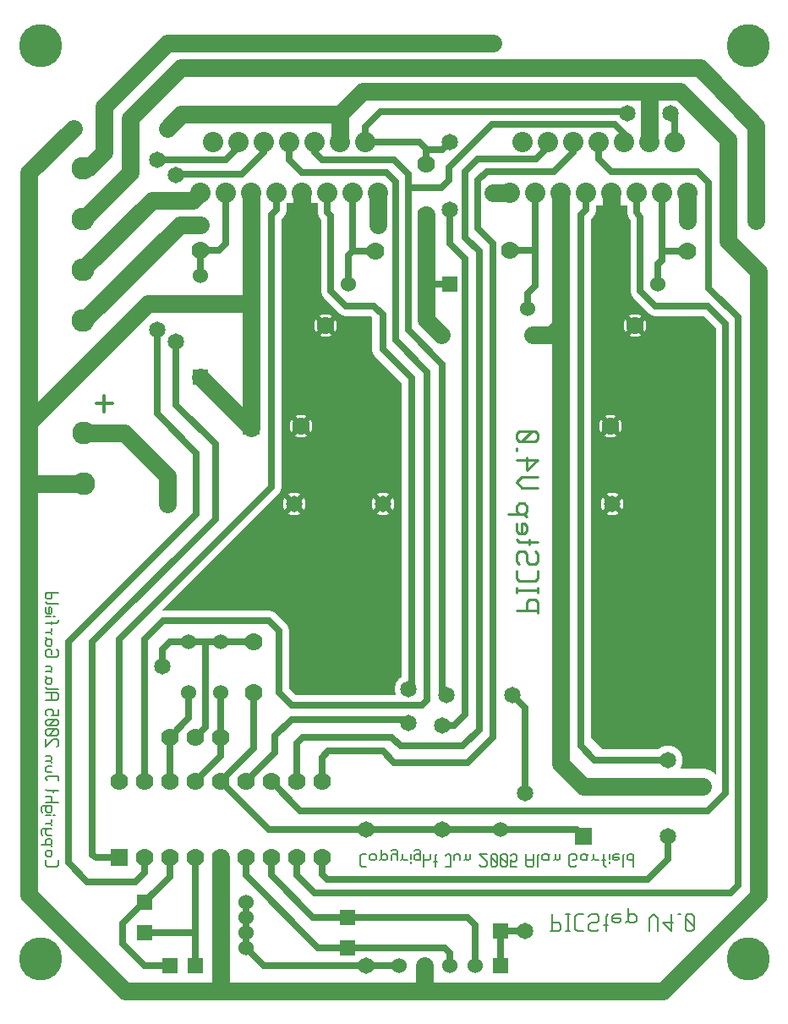
<source format=gbr>
G04 Title: (unknown), layergroup #1 *
G04 Creator: pcb-bin 20050315 *
G04 CreationDate: Thu Jun  9 05:21:41 2005 UTC *
G04 For: alan *
G04 Format: Gerber/RS-274X *
G04 PCB-Dimensions: 300000 390000 *
G04 PCB-Coordinate-Origin: lower left *
%MOIN*%
%FSLAX24Y24*%
G04 contains layers solder (0) GND-sldr (1) Vcc-sldr (2) *
%IPPOS*%
%ADD11C,0.0250*%
%ADD12C,0.0450*%
%ADD13C,0.0850*%
%ADD14C,0.0700*%
%ADD15C,0.1100*%
%ADD16C,0.0750*%
%ADD17C,0.0810*%
%ADD18C,0.0870*%
%ADD19C,0.1850*%
%ADD20C,0.1270*%
%ADD21C,0.1030*%
%ADD22C,0.0690*%
%ADD23C,0.1470*%
%ADD24C,0.1630*%
%ADD25C,0.1770*%
%ADD26C,0.1400*%
%ADD27R,0.0700X0.0700*%
%ADD28C,0.1000X0.0700*%
%ADD29C,0.1000*%
%ADD30C,0.0100*%
%ADD31C,0.0080*%
%ADD32C,0.0150*%
%ADD33C,0.0210*%
%AMTHERM1*7,0,0,0.0900,0.0700,0.0210,45*%
%ADD34THERM1*%
%ADD35R,0.0600X0.0600*%
%ADD36C,0.0600*%
%ADD37C,0.0200*%
%ADD38R,0.0660X0.0660*%
%ADD39C,0.0660*%
%ADD40C,0.0900*%
%ADD41C,0.0900X0.0700*%
%ADD42R,0.0900X0.0900X0.0700X0.0700*%
%ADD43R,0.0900X0.0900*%
%AMTHERM2*7,0,0,0.0900,0.0600,0.0200,45*%
%ADD44THERM2*%
%AMTHERM3*7,0,0,0.0840,0.0700,0.0210,45*%
%ADD45THERM3*%
%ADD46C,0.0901*%
%ADD47C,0.0800*%
%ADD48C,0.1000X0.0800*%
%ADD49C,0.0128*%
%ADD50C,0.0084*%
%ADD51C,0.0650*%
%ADD52C,0.1700*%
%ADD53C,0.1080*%
%ADD54C,0.1080X0.0650*%
%ADD55C,0.0225*%
%AMTHERM4*7,0,0,0.0900,0.0650,0.0225,45*%
%ADD56THERM4*%
%ADD57C,0.0900X0.0650*%
%ADD58C,0.1060*%
%ADD59C,0.1060X0.0650*%
%ADD60C,0.1160*%
%ADD61C,0.1160X0.0650*%
%LNGROUP_0*%
%LPD*%
G01X0Y0D02*
G54D30*G36*
X15650Y15750D02*Y12050D01*
X15600D01*
X10950D01*
X10450Y12550D01*
Y15750D01*
X15650D01*
G37*
G36*
X10150Y20650D02*X4900Y15400D01*
X15900D01*
X16300Y15800D01*
Y19150D01*
X15550D01*
Y20000D01*
X15700Y24950D01*
X14550Y26100D01*
Y27450D01*
X14200Y27800D01*
X13100D01*
X12500Y28400D01*
Y30950D01*
X10150D01*
Y20650D01*
G37*
G36*
X22550Y31750D02*X24550D01*
Y31500D01*
X24700Y31350D01*
Y28450D01*
X25350Y27800D01*
X27250D01*
X28000Y27050D01*
Y9150D01*
X22600D01*
X21800Y9950D01*
Y31700D01*
X22550D01*
Y31750D01*
G37*
G36*
X10150Y31400D02*X10600Y31850D01*
X12000D01*
X12500Y31350D01*
Y30900D01*
X10150D01*
Y31400D01*
G37*
%LNCUTS*%
%LPC*%
G54D17*X15700Y24950D02*Y12700D01*
X10050Y15400D02*X10450Y15000D01*
Y12550D02*X10950Y12050D01*
X10450Y15000D02*Y12550D01*
X5900Y15400D02*X10050D01*
X16100Y12050D02*X10950D01*
G54D53*X15550Y12700D03*
G54D17*X15700Y24950D02*Y12700D01*
G54D12*X16300Y25200D02*Y12250D01*
G54D17*X10050Y15400D02*X10450Y15000D01*
G54D18*X14550Y27450D02*Y26100D01*
G54D16*X14200Y27800D02*X14550Y27450D01*
X12500Y28400D02*X13100Y27800D01*
X14200D01*
G54D17*X10450Y15000D02*Y12550D01*
X5900Y15400D02*X10050D01*
G54D22*X5150Y14650D02*X5900Y15400D01*
G54D17*X4150Y14650D02*X10150Y20650D01*
Y31400D01*
G54D16*X12500Y31350D02*Y28400D01*
G54D18*X14550Y26100D02*X15700Y24950D01*
G54D25*X13200Y29800D02*Y28650D01*
G54D19*X15050Y32700D02*Y26457D01*
G54D40*X14550Y20000D03*
X11050D03*
X11325Y23059D03*
X12302Y27014D03*
G54D16*X28050Y27100D02*Y26000D01*
Y24800D01*
Y12000D01*
G54D13*X22900Y9900D02*X25800D01*
G54D15*X21550Y9750D02*X22450Y8850D01*
X21550Y20400D02*Y9750D01*
G54D21*X22350Y10450D02*X22900Y9900D01*
G54D26*X22450Y8850D02*X27150D01*
G54D16*X28050Y8600D02*Y12050D01*
G54D15*X21550Y20350D02*Y32250D01*
G54D16*X22350Y31400D02*Y18200D01*
X27350Y27800D02*X28050Y27100D01*
G54D20*X27400Y28500D02*X28550Y27350D01*
G54D16*X24700Y28400D02*X25300Y27800D01*
X24700Y31300D02*Y28400D01*
X24550Y31500D02*X24700Y31300D01*
X22550Y31600D02*X22350Y31400D01*
X24550Y32250D02*Y31500D01*
G54D15*X21189Y26650D02*X21554Y27015D01*
G54D16*X22350Y18250D02*Y10450D01*
X22550Y32250D02*Y31600D01*
X25300Y27800D02*X27350D01*
G54D40*X23600Y20000D03*
G54D58*X27150Y8850D03*
G54D60*X25800Y9900D03*
G54D29*X22450Y8900D03*
G54D40*X23525Y23059D03*
G54D43*X21556D03*
G54D40*X24502Y27014D03*
X21554Y27015D03*
X21550Y30000D03*
G54D16*X10350Y31600D02*X10150Y31400D01*
X12350Y31500D02*X12500Y31350D01*
G54D17*X10150Y20650D02*Y31400D01*
G54D16*X10350Y32250D02*Y31600D01*
X12500Y31350D02*Y28400D01*
X12350Y32250D02*Y31500D01*
G54D29*X10350Y32250D03*
X11350D03*
%LNTRACKS*%
%LPD*%
G54D11*X25800Y6000D02*Y6900D01*
X25000Y5200D02*X25800Y6000D01*
X22900Y9900D02*X25800D01*
X16900Y25500D02*Y12600D01*
X19200Y3150D02*X20150D01*
Y11950D02*Y8600D01*
X19650Y12450D02*X20150Y11950D01*
X17350Y11250D02*X16900D01*
X17800Y11700D02*X17350Y11250D01*
X17800Y29650D02*Y11700D01*
X19200Y7150D02*X22200D01*
X17050Y12450D02*X16900Y12600D01*
X15000Y9800D02*X17900D01*
X14550Y10250D02*X15000Y9800D01*
X12400Y10250D02*X14550D01*
X17700Y10450D02*X18350Y11100D01*
X15250Y10450D02*X17700D01*
X14900Y10800D02*X15250Y10450D01*
X11400Y10800D02*X14900D01*
X11300Y7900D02*X27350D01*
X12150Y5400D02*X12350Y5200D01*
X12150Y6050D02*Y5400D01*
X28250Y4650D02*X28550Y4950D01*
X11850Y4650D02*X28250D01*
G54D14*X600Y5300D02*Y4600D01*
G54D11*X6900Y11550D02*Y12550D01*
X6150Y10800D02*X6900Y11550D01*
X7550Y11200D02*Y14550D01*
X7150Y10800D02*X7550Y11200D01*
X6150Y9050D02*Y10800D01*
Y14550D02*X9450D01*
X12150Y9050D02*Y10000D01*
X27350Y7900D02*X28050Y8600D01*
X11150Y10550D02*X11400Y10800D01*
X18350Y11100D02*Y21350D01*
X5150Y9050D02*Y14650D01*
X9450Y10350D02*Y12550D01*
X11150Y9050D02*Y10550D01*
X8150Y10050D02*X7150Y9050D01*
X8150Y12550D02*Y10050D01*
Y9050D02*X9450Y10350D01*
X2150Y14550D02*X7200Y19600D01*
X10150Y5350D02*Y6050D01*
X9850Y1800D02*X15200D01*
X9150Y2500D02*X9850Y1800D01*
X4150Y9050D02*Y14650D01*
X10050Y7150D02*X19150D01*
G54D14*X9350Y32250D02*Y23000D01*
G54D11*X11150Y6050D02*Y5350D01*
X3100Y6150D02*Y14550D01*
X9150Y5350D02*X12000Y2500D01*
X7950Y19400D02*Y22350D01*
X2900Y5100D02*X2150Y5850D01*
X9150Y4300D02*Y2500D01*
G54D14*X8150Y6050D02*Y800D01*
G54D11*X9150Y6050D02*Y5350D01*
X6150Y5300D02*X4300Y3450D01*
X6150Y6050D02*Y5300D01*
X10150Y20650D02*Y31400D01*
X12350Y5200D02*X25000D01*
X3250Y6050D02*X3100Y6150D01*
X2900Y5100D02*X4800D01*
X5150Y3100D02*X7150D01*
X4150Y14650D02*X10150Y20650D01*
X18200Y3400D02*Y1800D01*
X10150Y5500D02*Y6050D01*
X2150Y5850D02*Y14550D01*
X17900Y3700D02*X18200Y3400D01*
X5150Y1800D02*X6150D01*
X4300Y2650D02*X5150Y1800D01*
X4300Y3450D02*Y2650D01*
X3100Y14550D02*X7950Y19400D01*
X7200Y19600D02*Y22000D01*
X5150Y5450D02*Y6050D01*
G54D14*X16200Y800D02*Y1800D01*
G54D11*X3250Y6050D02*X4150D01*
X8150Y9050D02*X10050Y7150D01*
X10150Y9050D02*X11300Y7900D01*
X17200Y2300D02*Y1800D01*
X19200D02*Y2900D01*
X11150Y5350D02*X11850Y4650D01*
G54D14*X4400Y800D02*X25600D01*
G54D11*X7150Y1800D02*Y6050D01*
X17000Y2500D02*X17200Y2300D01*
X11800Y3700D02*X17900D01*
X12000Y2500D02*X17000D01*
X4800Y5100D02*X5150Y5450D01*
G54D14*X600Y4600D02*X4400Y800D01*
G54D11*X10150Y5350D02*X11800Y3700D01*
G54D14*X16250Y27250D02*X16850Y26650D01*
X16250Y27700D02*Y27250D01*
G54D11*X10950Y11500D02*X15400D01*
G54D14*X2750Y22800D02*X4350D01*
G54D11*X27400Y28500D02*Y32650D01*
G54D14*X3550Y35650D02*Y33850D01*
G54D11*X28050Y26000D02*Y24800D01*
G54D14*X6000Y38100D02*X3550Y35650D01*
G54D11*X17150Y32750D02*X16850Y32450D01*
X17150Y33250D02*Y32750D01*
X18850Y34950D02*X17150Y33250D01*
X18300Y33600D02*X17800Y33100D01*
G54D14*X3550Y33850D02*X2950Y33250D01*
G54D11*X5850Y13600D02*Y14250D01*
X26050Y35250D02*Y34250D01*
X28050Y27100D02*Y26000D01*
G54D14*X5450Y31950D02*X2736Y29250D01*
G54D11*X14550Y27450D02*Y26100D01*
X8850Y34250D02*Y34050D01*
X17200Y28650D02*X16250D01*
X12150Y10000D02*X12400Y10250D01*
X28550Y27350D02*Y10250D01*
X14700Y33050D02*X15050Y32700D01*
X7950Y22350D02*X6400Y23900D01*
X24550Y32250D02*Y31500D01*
G54D14*X2736Y27200D02*X6550Y31000D01*
G54D11*X18650Y33100D02*X18300Y32750D01*
G54D14*X2950Y33250D02*X2754D01*
X5300Y27900D02*X600Y23200D01*
G54D11*X17800Y33100D02*Y30500D01*
X18300Y32750D02*Y30850D01*
X13100Y27800D02*X14200D01*
X22550Y31600D02*X22350Y31400D01*
X18900Y30250D02*Y10800D01*
X12350Y31500D02*X12500Y31350D01*
X15050Y26450D02*X16300Y25200D01*
X16100Y12050D02*X16300Y12250D01*
G54D14*X18900Y32250D02*X19550D01*
G54D11*X10850Y33550D02*X11350Y33050D01*
G54D14*X7350Y25000D02*X9356Y23000D01*
G54D11*X28050Y8600D02*Y12050D01*
X25400Y29450D02*Y28650D01*
X10350Y31600D02*X10150Y31400D01*
G54D14*X6550Y31000D02*X7350D01*
G54D11*X25900Y35400D02*X26050Y35250D01*
X21050Y34250D02*Y34050D01*
G54D14*X5300Y27900D02*X9350D01*
G54D11*X22050Y33850D02*X21300Y33100D01*
G54D14*X600Y5250D02*Y33050D01*
G54D11*X6400Y33000D02*X9000D01*
X20550Y28600D02*Y32250D01*
X12500Y28400D02*X13100Y27800D01*
X16900Y33950D02*X17200Y34250D01*
X16300Y25200D02*Y12250D01*
X22200Y7150D02*X22450Y6900D01*
X9850Y33850D02*X9000Y33000D01*
X24550Y31500D02*X24700Y31300D01*
G54D14*X2350Y34800D02*X600Y33050D01*
G54D11*X8850Y34050D02*X8350Y33550D01*
G54D14*X28150Y30350D02*X29350Y29150D01*
G54D11*X7350Y30000D02*Y29000D01*
X13850Y34200D02*Y34250D01*
G54D14*X20450Y26650D02*X21189D01*
G54D11*X14200Y27800D02*X14550Y27450D01*
X20250Y28300D02*Y27700D01*
X27400Y28500D02*X28550Y27350D01*
G54D14*X14350Y31000D02*Y32250D01*
X12850Y35350D02*X13750Y36250D01*
G54D11*X15550Y26850D02*Y33000D01*
G54D14*X6600Y35350D02*X6050Y34800D01*
G54D11*X24700Y31300D02*Y28400D01*
X28050Y24800D02*Y12000D01*
X22350Y10450D02*X22900Y9900D01*
X27350Y27800D02*X28050Y27100D01*
X14450Y35450D02*X24250D01*
X10300Y10850D02*X10950Y11500D01*
X22350Y31400D02*Y18200D01*
X8350Y32250D02*Y30250D01*
X22050Y34250D02*Y33850D01*
X8350Y30250D02*X8100Y30000D01*
G54D14*X12850Y34250D02*Y35350D01*
G54D11*X8100Y30000D02*X7350D01*
X20600Y33600D02*X18300D01*
X12350Y32250D02*Y31500D01*
G54D14*X21189Y26650D02*X21554Y27015D01*
G54D11*X12500Y31350D02*Y28400D01*
X11850Y34250D02*Y33850D01*
X15550Y26850D02*X16900Y25500D01*
G54D14*X23550Y32250D02*Y31500D01*
G54D11*Y33100D02*X26950D01*
X24700Y28400D02*X25300Y27800D01*
G54D14*X12850Y35350D02*X6600D01*
G54D11*X13850Y34250D02*X16000D01*
X16300Y33950D02*X16900D01*
X16000Y34250D02*X16300Y33950D01*
X15000Y33550D02*X15550Y33000D01*
X21050Y34050D02*X20600Y33600D01*
X5150Y14650D02*X5900Y15400D01*
X9850Y34250D02*Y33850D01*
X13350Y32250D02*Y29950D01*
G54D14*X21550Y20350D02*Y32250D01*
X28150Y34350D02*Y30350D01*
G54D11*X14550Y26100D02*X15700Y24950D01*
G54D14*X13750Y36250D02*X26250D01*
G54D11*X17800Y30500D02*X18350Y29950D01*
X19550Y30000D02*X20550D01*
G54D14*X6050Y38150D02*X5700Y37800D01*
X18900Y38150D02*X6050D01*
G54D11*X16250Y33400D02*Y34000D01*
G54D14*X27050Y37200D02*X29250Y34900D01*
G54D11*X13850Y34850D02*X14450Y35450D01*
X24050Y34600D02*Y34250D01*
X23700Y34950D02*X24050Y34600D01*
X16100Y12050D02*X10950D01*
X6400Y23900D02*Y26400D01*
X14250Y29950D02*X13350D01*
G54D14*X11350Y32250D02*Y31500D01*
G54D11*X13850Y34200D02*Y34850D01*
X15050Y32700D02*Y26457D01*
X13350Y29950D02*X13200Y29800D01*
X25300Y27800D02*X27350D01*
G54D14*X7050Y31950D02*X5450D01*
G54D11*X18300Y30850D02*X18900Y30250D01*
X17200D02*Y31600D01*
X26950Y33100D02*X27400Y32650D01*
G54D14*X7350Y32250D02*X7050Y31950D01*
X6600Y37200D02*X27050D01*
X28150Y34350D02*X26250Y36250D01*
X2736Y31200D02*X4600Y33050D01*
G54D11*X17200Y30250D02*X17800Y29650D01*
X10850Y34250D02*Y33550D01*
X11350Y33050D02*X14700D01*
X12150Y33550D02*X15000D01*
X10300Y10200D02*Y10850D01*
G54D14*X4600Y35200D02*X6600Y37200D01*
X26550Y31150D02*Y32250D01*
X6050Y20000D02*Y21100D01*
X29350Y4550D02*X25600Y800D01*
G54D11*X5650Y26850D02*Y23550D01*
G54D14*X28550Y29950D02*X28150Y30350D01*
X9356Y23000D02*Y23059D01*
G54D11*X11850Y33850D02*X12150Y33550D01*
X25550Y29600D02*Y32250D01*
X5650Y23550D02*X7200Y22000D01*
X10050Y15400D02*X10450Y15000D01*
X15700Y24950D02*Y12700D01*
X9150Y9050D02*X10300Y10200D01*
X5900Y15400D02*X10050D01*
X25550Y29600D02*X25400Y29450D01*
X16850Y32450D02*X15550D01*
X20550Y28600D02*X20250Y28300D01*
G54D14*X6050Y21100D02*X4350Y22800D01*
X2736Y27200D02*Y27231D01*
X16250Y27250D02*Y31400D01*
G54D11*X22350Y18250D02*Y10450D01*
X18350Y29950D02*Y21350D01*
X26550Y29950D02*X25550D01*
X15550Y11350D02*X15400Y11500D01*
X17900Y9800D02*X18900Y10800D01*
G54D14*X2736Y29250D02*Y29231D01*
G54D11*X23700Y34950D02*X18850D01*
G54D14*X2736Y31200D02*Y31231D01*
X29350Y29150D02*Y4550D01*
G54D11*X21300Y33100D02*X18650D01*
X22550Y32250D02*Y31600D01*
X8350Y33550D02*X5650D01*
X13200Y29800D02*Y28650D01*
G54D14*X25050Y34250D02*Y36250D01*
X2736Y33231D02*X2754Y33250D01*
G54D11*X23050Y34250D02*Y33600D01*
X23550Y33100D01*
X5850Y14250D02*X6150Y14550D01*
G54D14*X4600Y33050D02*Y35200D01*
X29250Y31150D02*Y34900D01*
G54D11*X10450Y15000D02*Y12550D01*
X28550Y10300D02*Y4950D01*
X10450Y12550D02*X10950Y12050D01*
X10350Y32250D02*Y31600D01*
G54D14*X21550Y20400D02*Y9750D01*
X22450Y8850D01*
X27150D01*
X2750Y20800D02*X600D01*
G04 Text: PICStep V4.0 *
G54D31*X21233Y3150D02*Y3814D01*
X21150Y3150D02*X21482D01*
X21565Y3233D01*
Y3399D01*
X21482Y3482D02*X21565Y3399D01*
X21233Y3482D02*X21482D01*
X21764Y3150D02*X21930D01*
X21847D02*Y3814D01*
X21764D02*X21930D01*
X22212D02*X22461D01*
X22129Y3731D02*X22212Y3814D01*
X22129Y3233D02*Y3731D01*
Y3233D02*X22212Y3150D01*
X22461D01*
X22993D02*X23076Y3233D01*
X22744Y3150D02*X22993D01*
X22661Y3233D02*X22744Y3150D01*
X22661Y3233D02*Y3399D01*
X22744Y3482D01*
X22993D01*
X23076Y3565D01*
Y3731D01*
X22993Y3814D02*X23076Y3731D01*
X22744Y3814D02*X22993D01*
X22661Y3731D02*X22744Y3814D01*
X23358Y3150D02*Y3731D01*
X23441Y3814D01*
X23275Y3399D02*X23441D01*
X23690Y3814D02*X23939D01*
X23607Y3731D02*X23690Y3814D01*
X23607Y3565D02*Y3731D01*
Y3565D02*X23690Y3482D01*
X23856D01*
X23939Y3565D01*
X23607Y3648D02*X23939D01*
Y3565D02*Y3648D01*
X24221Y3565D02*Y4063D01*
X24138Y3482D02*X24221Y3565D01*
X24304Y3482D01*
X24470D01*
X24553Y3565D01*
Y3731D01*
X24470Y3814D02*X24553Y3731D01*
X24304Y3814D02*X24470D01*
X24221Y3731D02*X24304Y3814D01*
X25052Y3150D02*Y3648D01*
X25218Y3814D01*
X25384Y3648D01*
Y3150D02*Y3648D01*
X25583Y3482D02*X25915Y3150D01*
X25583Y3482D02*X25998D01*
X25915Y3150D02*Y3814D01*
X26197D02*X26280D01*
X26480Y3731D02*X26563Y3814D01*
X26480Y3233D02*Y3731D01*
Y3233D02*X26563Y3150D01*
X26729D01*
X26812Y3233D01*
Y3731D01*
X26729Y3814D02*X26812Y3731D01*
X26563Y3814D02*X26729D01*
X26480Y3648D02*X26812Y3316D01*
G04 Text: Copyright Jun 2005 Alan Garfield *
X1262Y5761D02*Y5944D01*
X1323Y5700D02*X1262Y5761D01*
X1323Y5700D02*X1689D01*
X1750Y5761D01*
Y5944D01*
X1323Y6090D02*X1445D01*
X1506Y6151D01*
Y6273D01*
X1445Y6334D01*
X1323D02*X1445D01*
X1262Y6273D02*X1323Y6334D01*
X1262Y6151D02*Y6273D01*
X1323Y6090D02*X1262Y6151D01*
X1079Y6542D02*X1445D01*
X1506Y6481D02*X1445Y6542D01*
X1506Y6603D01*
Y6725D01*
X1445Y6786D01*
X1323D02*X1445D01*
X1262Y6725D02*X1323Y6786D01*
X1262Y6603D02*Y6725D01*
X1323Y6542D02*X1262Y6603D01*
X1323Y6932D02*X1506D01*
X1323D02*X1262Y6993D01*
X1140Y7176D02*X1506D01*
X1079Y7115D02*X1140Y7176D01*
X1079Y6993D02*Y7115D01*
X1140Y6932D02*X1079Y6993D01*
X1262D02*Y7115D01*
X1323Y7176D01*
X1262Y7384D02*X1445D01*
X1506Y7445D01*
Y7567D01*
Y7323D02*X1445Y7384D01*
X1567Y7713D02*X1628D01*
X1262D02*X1445D01*
X1506Y8018D02*X1445Y8079D01*
X1506Y7896D02*Y8018D01*
X1445Y7835D02*X1506Y7896D01*
X1323Y7835D02*X1445D01*
X1323D02*X1262Y7896D01*
Y8018D01*
X1323Y8079D01*
X1140Y7835D02*X1079Y7896D01*
Y8018D01*
X1140Y8079D01*
X1506D01*
X1262Y8226D02*X1750D01*
X1445D02*X1506Y8287D01*
Y8409D01*
X1445Y8470D01*
X1262D02*X1445D01*
X1323Y8677D02*X1750D01*
X1323D02*X1262Y8738D01*
X1567Y8616D02*Y8738D01*
X1750Y9080D02*Y9263D01*
X1323D02*X1750D01*
X1262Y9202D02*X1323Y9263D01*
X1262Y9141D02*Y9202D01*
X1323Y9080D02*X1262Y9141D01*
X1323Y9410D02*X1506D01*
X1323D02*X1262Y9471D01*
Y9593D01*
X1323Y9654D01*
X1506D01*
X1262Y9861D02*X1445D01*
X1506Y9922D01*
Y9983D01*
X1445Y10044D01*
X1262D02*X1445D01*
X1506Y9800D02*X1445Y9861D01*
X1689Y10410D02*X1750Y10471D01*
Y10654D01*
X1689Y10715D01*
X1567D02*X1689D01*
X1262Y10410D02*X1567Y10715D01*
X1262Y10410D02*Y10715D01*
X1323Y10862D02*X1262Y10923D01*
X1323Y10862D02*X1689D01*
X1750Y10923D01*
Y11045D01*
X1689Y11106D01*
X1323D02*X1689D01*
X1262Y11045D02*X1323Y11106D01*
X1262Y10923D02*Y11045D01*
X1384Y10862D02*X1628Y11106D01*
X1323Y11252D02*X1262Y11313D01*
X1323Y11252D02*X1689D01*
X1750Y11313D01*
Y11435D01*
X1689Y11496D01*
X1323D02*X1689D01*
X1262Y11435D02*X1323Y11496D01*
X1262Y11313D02*Y11435D01*
X1384Y11252D02*X1628Y11496D01*
X1750Y11643D02*Y11887D01*
X1506Y11643D02*X1750D01*
X1506D02*X1567Y11704D01*
Y11826D01*
X1506Y11887D01*
X1323D02*X1506D01*
X1262Y11826D02*X1323Y11887D01*
X1262Y11704D02*Y11826D01*
X1323Y11643D02*X1262Y11704D01*
Y12253D02*X1689D01*
X1750Y12314D01*
Y12497D01*
X1689Y12558D01*
X1262D02*X1689D01*
X1506Y12253D02*Y12558D01*
X1323Y12704D02*X1750D01*
X1323D02*X1262Y12765D01*
X1506Y13070D02*X1445Y13131D01*
X1506Y12948D02*Y13070D01*
X1445Y12887D02*X1506Y12948D01*
X1323Y12887D02*X1445D01*
X1323D02*X1262Y12948D01*
X1323Y13131D02*X1506D01*
X1323D02*X1262Y13192D01*
Y12948D02*Y13070D01*
X1323Y13131D01*
X1262Y13400D02*X1445D01*
X1506Y13461D01*
Y13522D01*
X1445Y13583D01*
X1262D02*X1445D01*
X1506Y13339D02*X1445Y13400D01*
X1750Y14193D02*X1689Y14254D01*
X1750Y14010D02*Y14193D01*
X1689Y13949D02*X1750Y14010D01*
X1323Y13949D02*X1689D01*
X1323D02*X1262Y14010D01*
Y14193D01*
X1323Y14254D01*
X1445D01*
X1506Y14193D02*X1445Y14254D01*
X1506Y14071D02*Y14193D01*
Y14584D02*X1445Y14645D01*
X1506Y14462D02*Y14584D01*
X1445Y14401D02*X1506Y14462D01*
X1323Y14401D02*X1445D01*
X1323D02*X1262Y14462D01*
X1323Y14645D02*X1506D01*
X1323D02*X1262Y14706D01*
Y14462D02*Y14584D01*
X1323Y14645D01*
X1262Y14913D02*X1445D01*
X1506Y14974D01*
Y15096D01*
Y14852D02*X1445Y14913D01*
X1262Y15304D02*X1689D01*
X1750Y15365D01*
Y15426D01*
X1506Y15243D02*Y15365D01*
X1567Y15548D02*X1628D01*
X1262D02*X1445D01*
X1262Y15731D02*Y15914D01*
X1323Y15670D02*X1262Y15731D01*
X1323Y15670D02*X1445D01*
X1506Y15731D01*
Y15853D01*
X1445Y15914D01*
X1384Y15670D02*Y15914D01*
X1445D01*
X1323Y16060D02*X1750D01*
X1323D02*X1262Y16121D01*
Y16488D02*X1750D01*
X1262Y16427D02*X1323Y16488D01*
X1262Y16305D02*Y16427D01*
X1323Y16244D02*X1262Y16305D01*
X1323Y16244D02*X1445D01*
X1506Y16305D01*
Y16427D01*
X1445Y16488D01*
G04 Text: Copyright Jun 2005 Alan Garfield *
X13711Y6188D02*X13894D01*
X13650Y6127D02*X13711Y6188D01*
X13650Y5761D02*Y6127D01*
Y5761D02*X13711Y5700D01*
X13894D01*
X14040Y6005D02*Y6127D01*
Y6005D02*X14101Y5944D01*
X14223D01*
X14284Y6005D01*
Y6127D01*
X14223Y6188D02*X14284Y6127D01*
X14101Y6188D02*X14223D01*
X14040Y6127D02*X14101Y6188D01*
X14492Y6005D02*Y6371D01*
X14431Y5944D02*X14492Y6005D01*
X14553Y5944D01*
X14675D01*
X14736Y6005D01*
Y6127D01*
X14675Y6188D02*X14736Y6127D01*
X14553Y6188D02*X14675D01*
X14492Y6127D02*X14553Y6188D01*
X14882Y5944D02*Y6127D01*
X14943Y6188D01*
X15126Y5944D02*Y6310D01*
X15065Y6371D02*X15126Y6310D01*
X14943Y6371D02*X15065D01*
X14882Y6310D02*X14943Y6371D01*
Y6188D02*X15065D01*
X15126Y6127D01*
X15334Y6005D02*Y6188D01*
Y6005D02*X15395Y5944D01*
X15517D01*
X15273D02*X15334Y6005D01*
X15663Y5822D02*Y5883D01*
Y6005D02*Y6188D01*
X15968Y5944D02*X16029Y6005D01*
X15846Y5944D02*X15968D01*
X15785Y6005D02*X15846Y5944D01*
X15785Y6005D02*Y6127D01*
X15846Y6188D01*
X15968D01*
X16029Y6127D01*
X15785Y6310D02*X15846Y6371D01*
X15968D01*
X16029Y6310D01*
Y5944D02*Y6310D01*
X16176Y5700D02*Y6188D01*
Y6005D02*X16237Y5944D01*
X16359D01*
X16420Y6005D01*
Y6188D01*
X16627Y5700D02*Y6127D01*
X16688Y6188D01*
X16566Y5883D02*X16688D01*
X17030Y5700D02*X17213D01*
Y6127D01*
X17152Y6188D02*X17213Y6127D01*
X17091Y6188D02*X17152D01*
X17030Y6127D02*X17091Y6188D01*
X17360Y5944D02*Y6127D01*
X17421Y6188D01*
X17543D01*
X17604Y6127D01*
Y5944D02*Y6127D01*
X17811Y6005D02*Y6188D01*
Y6005D02*X17872Y5944D01*
X17933D01*
X17994Y6005D01*
Y6188D01*
X17750Y5944D02*X17811Y6005D01*
X18360Y5761D02*X18421Y5700D01*
X18604D01*
X18665Y5761D01*
Y5883D01*
X18360Y6188D02*X18665Y5883D01*
X18360Y6188D02*X18665D01*
X18812Y6127D02*X18873Y6188D01*
X18812Y5761D02*Y6127D01*
Y5761D02*X18873Y5700D01*
X18995D01*
X19056Y5761D01*
Y6127D01*
X18995Y6188D02*X19056Y6127D01*
X18873Y6188D02*X18995D01*
X18812Y6066D02*X19056Y5822D01*
X19202Y6127D02*X19263Y6188D01*
X19202Y5761D02*Y6127D01*
Y5761D02*X19263Y5700D01*
X19385D01*
X19446Y5761D01*
Y6127D01*
X19385Y6188D02*X19446Y6127D01*
X19263Y6188D02*X19385D01*
X19202Y6066D02*X19446Y5822D01*
X19593Y5700D02*X19837D01*
X19593D02*Y5944D01*
X19654Y5883D01*
X19776D01*
X19837Y5944D01*
Y6127D01*
X19776Y6188D02*X19837Y6127D01*
X19654Y6188D02*X19776D01*
X19593Y6127D02*X19654Y6188D01*
X20203Y5761D02*Y6188D01*
Y5761D02*X20264Y5700D01*
X20447D01*
X20508Y5761D01*
Y6188D01*
X20203Y5944D02*X20508D01*
X20654Y5700D02*Y6127D01*
X20715Y6188D01*
X21020Y5944D02*X21081Y6005D01*
X20898Y5944D02*X21020D01*
X20837Y6005D02*X20898Y5944D01*
X20837Y6005D02*Y6127D01*
X20898Y6188D01*
X21081Y5944D02*Y6127D01*
X21142Y6188D01*
X20898D02*X21020D01*
X21081Y6127D01*
X21350Y6005D02*Y6188D01*
Y6005D02*X21411Y5944D01*
X21472D01*
X21533Y6005D01*
Y6188D01*
X21289Y5944D02*X21350Y6005D01*
X22143Y5700D02*X22204Y5761D01*
X21960Y5700D02*X22143D01*
X21899Y5761D02*X21960Y5700D01*
X21899Y5761D02*Y6127D01*
X21960Y6188D01*
X22143D01*
X22204Y6127D01*
Y6005D02*Y6127D01*
X22143Y5944D02*X22204Y6005D01*
X22021Y5944D02*X22143D01*
X22534D02*X22595Y6005D01*
X22412Y5944D02*X22534D01*
X22351Y6005D02*X22412Y5944D01*
X22351Y6005D02*Y6127D01*
X22412Y6188D01*
X22595Y5944D02*Y6127D01*
X22656Y6188D01*
X22412D02*X22534D01*
X22595Y6127D01*
X22863Y6005D02*Y6188D01*
Y6005D02*X22924Y5944D01*
X23046D01*
X22802D02*X22863Y6005D01*
X23254Y5761D02*Y6188D01*
Y5761D02*X23315Y5700D01*
X23376D01*
X23193Y5944D02*X23315D01*
X23498Y5822D02*Y5883D01*
Y6005D02*Y6188D01*
X23681D02*X23864D01*
X23620Y6127D02*X23681Y6188D01*
X23620Y6005D02*Y6127D01*
Y6005D02*X23681Y5944D01*
X23803D01*
X23864Y6005D01*
X23620Y6066D02*X23864D01*
Y6005D02*Y6066D01*
X24010Y5700D02*Y6127D01*
X24071Y6188D01*
X24438Y5700D02*Y6188D01*
X24377D02*X24438Y6127D01*
X24255Y6188D02*X24377D01*
X24194Y6127D02*X24255Y6188D01*
X24194Y6005D02*Y6127D01*
Y6005D02*X24255Y5944D01*
X24377D01*
X24438Y6005D01*
G04 Text: + *
G54D49*X3250Y23940D02*X3890D01*
X3570Y23620D02*Y24260D01*
G04 Text: PICStep V4.0 *
G54D50*X19810Y15805D02*X20650D01*
Y15700D02*Y16120D01*
X20545Y16225D01*
X20335D02*X20545D01*
X20230Y16120D02*X20335Y16225D01*
X20230Y15805D02*Y16120D01*
X20650Y16477D02*Y16687D01*
X19810Y16582D02*X20650D01*
X19810Y16477D02*Y16687D01*
Y17044D02*Y17359D01*
X19915Y16939D02*X19810Y17044D01*
X19915Y16939D02*X20545D01*
X20650Y17044D01*
Y17359D01*
Y18031D02*X20545Y18136D01*
X20650Y17716D02*Y18031D01*
X20545Y17611D02*X20650Y17716D01*
X20335Y17611D02*X20545D01*
X20335D02*X20230Y17716D01*
Y18031D01*
X20125Y18136D01*
X19915D02*X20125D01*
X19810Y18031D02*X19915Y18136D01*
X19810Y17716D02*Y18031D01*
X19915Y17611D02*X19810Y17716D01*
X19915Y18493D02*X20650D01*
X19915D02*X19810Y18598D01*
X20335Y18388D02*Y18598D01*
X19810Y18914D02*Y19229D01*
X19915Y18809D02*X19810Y18914D01*
X19915Y18809D02*X20125D01*
X20230Y18914D01*
Y19124D01*
X20125Y19229D01*
X20020Y18809D02*Y19229D01*
X20125D01*
X19495Y19586D02*X20125D01*
X20230Y19481D02*X20125Y19586D01*
X20230Y19691D01*
Y19901D01*
X20125Y20006D01*
X19915D02*X20125D01*
X19810Y19901D02*X19915Y20006D01*
X19810Y19691D02*Y19901D01*
X19915Y19586D02*X19810Y19691D01*
X20020Y20636D02*X20650D01*
X20020D02*X19810Y20846D01*
X20020Y21056D01*
X20650D01*
X20230Y21308D02*X20650Y21728D01*
X20230Y21308D02*Y21833D01*
X19810Y21728D02*X20650D01*
X19810Y22085D02*Y22190D01*
X19915Y22443D02*X19810Y22548D01*
X19915Y22443D02*X20545D01*
X20650Y22548D01*
Y22758D01*
X20545Y22863D01*
X19915D02*X20545D01*
X19810Y22758D02*X19915Y22863D01*
X19810Y22548D02*Y22758D01*
X20020Y22443D02*X20440Y22863D01*
G54D27*X22450Y6900D03*
G54D14*Y8900D03*
X8150Y10800D03*
X7150D03*
X6150D03*
X9450Y14550D03*
Y12550D03*
G54D35*X13150Y2500D03*
G54D36*X9150D03*
G54D35*X5150Y3100D03*
G54D36*X9150D03*
G54D35*X5150Y4300D03*
G54D36*X9150D03*
G54D35*X7150Y1800D03*
G54D36*Y800D03*
G54D35*X13150Y3700D03*
G54D36*X9150D03*
G54D27*X4150Y6050D03*
G54D14*X5150D03*
X6150D03*
X7150D03*
X8150D03*
X9150D03*
X10150D03*
X11150D03*
X12150D03*
Y9050D03*
X11150D03*
X10150D03*
X9150D03*
X8150D03*
X7150D03*
X6150D03*
X5150D03*
X4150D03*
G54D35*X19200Y1800D03*
G54D36*Y800D03*
X18200Y1800D03*
Y800D03*
X17200Y1800D03*
Y800D03*
X16200Y1800D03*
Y800D03*
X15200Y1800D03*
Y800D03*
X8150Y12550D03*
Y14550D03*
G54D35*X6150Y1800D03*
G54D36*Y800D03*
G54D40*X2750Y20800D03*
Y22800D03*
G54D14*X12302Y27014D03*
G54D33*X11987Y27329D02*X12617Y26699D01*
X11987D02*X12617Y27329D01*
G54D14*X9354Y27015D03*
X9350Y30000D03*
X7350D03*
X16250Y31400D03*
Y33400D03*
X23525Y23059D03*
G54D33*X23210Y23374D02*X23840Y22744D01*
X23210D02*X23840Y23374D01*
G54D27*X21556Y23059D03*
G54D35*X17200Y28650D03*
G54D36*X13200D03*
G54D14*X16250Y29950D03*
X14250D03*
X28550D03*
X26550D03*
X11325Y23059D03*
G54D33*X11010Y23374D02*X11640Y22744D01*
X11010D02*X11640Y23374D01*
G54D27*X9356Y23059D03*
G54D35*X29400Y28650D03*
G54D36*X25400D03*
G54D35*X19200Y3150D03*
G54D36*Y7150D03*
G54D14*X21550Y30000D03*
X19550D03*
G54D40*X2736Y27231D03*
Y29231D03*
Y31231D03*
Y33231D03*
G54D14*X24502Y27014D03*
G54D33*X24187Y27329D02*X24817Y26699D01*
X24187D02*X24817Y27329D01*
G54D14*X21554Y27015D03*
G54D36*X6900Y14550D03*
Y12550D03*
G54D47*X7350Y32250D03*
X7850Y34250D03*
X8350Y32250D03*
X8850Y34250D03*
X9350Y32250D03*
X9850Y34250D03*
X10350Y32250D03*
X10850Y34250D03*
X11350Y32250D03*
X11850Y34250D03*
X12350Y32250D03*
X12850Y34250D03*
X13350Y32250D03*
X13850Y34250D03*
X14350Y32250D03*
G54D35*X16250Y27700D03*
G54D36*X20250D03*
G54D35*X7350Y25000D03*
G54D36*Y29000D03*
G54D47*X19550Y32250D03*
X20050Y34250D03*
X20550Y32250D03*
X21050Y34250D03*
X21550Y32250D03*
X22050Y34250D03*
X22550Y32250D03*
X23050Y34250D03*
X23550Y32250D03*
X24050Y34250D03*
X24550Y32250D03*
X25050Y34250D03*
X25550Y32250D03*
X26050Y34250D03*
X26550Y32250D03*
G54D51*X13900Y1800D03*
X15550Y11350D03*
X5650Y33550D03*
X6400Y32950D03*
X5650Y26850D03*
X6400Y26400D03*
X14350Y31000D03*
G54D52*X1050Y2050D03*
G54D51*X17200Y34250D03*
Y31600D03*
X25900Y35400D03*
X20450Y26650D03*
X16850D03*
X18900Y32250D03*
Y38150D03*
X7350Y31000D03*
X29250Y31150D03*
X26550D03*
X15550Y12700D03*
G54D52*X1050Y38050D03*
G54D51*X29350Y8850D03*
G54D52*X28950Y2050D03*
G54D51*X6050Y20000D03*
X11050D03*
G54D55*X10735Y20315D02*X11365Y19685D01*
X10735D02*X11365Y20315D01*
G54D51*X14550Y20000D03*
G54D55*X14235Y20315D02*X14865Y19685D01*
X14235D02*X14865Y20315D01*
G54D51*X23600Y20000D03*
G54D55*X23285Y20315D02*X23915Y19685D01*
X23285D02*X23915Y20315D01*
G54D51*X19650Y12450D03*
X24200Y35400D03*
G54D52*X28950Y38050D03*
G54D51*X27150Y8850D03*
X2350Y34800D03*
X6050D03*
X600Y13600D03*
X13900Y7150D03*
X5850Y13600D03*
X16900Y11250D03*
Y7150D03*
X20150Y3150D03*
Y8600D03*
X17050Y12450D03*
X25800Y9900D03*
Y6900D03*
M02*

</source>
